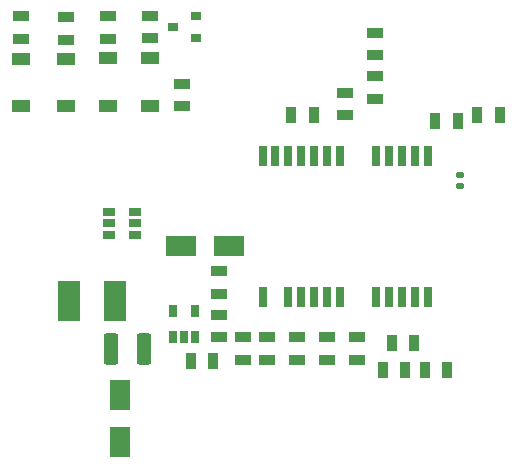
<source format=gbr>
%TF.GenerationSoftware,KiCad,Pcbnew,6.0.4-6f826c9f35~116~ubuntu20.04.1*%
%TF.CreationDate,2022-08-14T20:25:35+00:00*%
%TF.ProjectId,GPS02B,47505330-3242-42e6-9b69-6361645f7063,REV*%
%TF.SameCoordinates,Original*%
%TF.FileFunction,Paste,Bot*%
%TF.FilePolarity,Positive*%
%FSLAX46Y46*%
G04 Gerber Fmt 4.6, Leading zero omitted, Abs format (unit mm)*
G04 Created by KiCad (PCBNEW 6.0.4-6f826c9f35~116~ubuntu20.04.1) date 2022-08-14 20:25:35*
%MOMM*%
%LPD*%
G01*
G04 APERTURE LIST*
G04 Aperture macros list*
%AMRoundRect*
0 Rectangle with rounded corners*
0 $1 Rounding radius*
0 $2 $3 $4 $5 $6 $7 $8 $9 X,Y pos of 4 corners*
0 Add a 4 corners polygon primitive as box body*
4,1,4,$2,$3,$4,$5,$6,$7,$8,$9,$2,$3,0*
0 Add four circle primitives for the rounded corners*
1,1,$1+$1,$2,$3*
1,1,$1+$1,$4,$5*
1,1,$1+$1,$6,$7*
1,1,$1+$1,$8,$9*
0 Add four rect primitives between the rounded corners*
20,1,$1+$1,$2,$3,$4,$5,0*
20,1,$1+$1,$4,$5,$6,$7,0*
20,1,$1+$1,$6,$7,$8,$9,0*
20,1,$1+$1,$8,$9,$2,$3,0*%
G04 Aperture macros list end*
%ADD10R,1.397000X0.889000*%
%ADD11R,0.889000X1.397000*%
%ADD12R,2.500000X1.800000*%
%ADD13R,1.800000X2.500000*%
%ADD14R,1.500000X1.050000*%
%ADD15R,1.900000X3.400000*%
%ADD16RoundRect,0.250000X-0.375000X-1.075000X0.375000X-1.075000X0.375000X1.075000X-0.375000X1.075000X0*%
%ADD17RoundRect,0.147500X-0.172500X0.147500X-0.172500X-0.147500X0.172500X-0.147500X0.172500X0.147500X0*%
%ADD18R,0.800000X1.800000*%
%ADD19R,0.650000X1.060000*%
%ADD20R,1.060000X0.650000*%
%ADD21R,0.900000X0.800000*%
G04 APERTURE END LIST*
D10*
%TO.C,C3*%
X28956000Y13589000D03*
X28956000Y11684000D03*
%TD*%
%TO.C,C6*%
X42164000Y31877000D03*
X42164000Y33782000D03*
%TD*%
D11*
%TO.C,C7*%
X50800000Y30480000D03*
X52705000Y30480000D03*
%TD*%
D12*
%TO.C,D1*%
X25750000Y19410000D03*
X29750000Y19410000D03*
%TD*%
D13*
%TO.C,D2*%
X20574000Y6826000D03*
X20574000Y2826000D03*
%TD*%
D14*
%TO.C,D3*%
X12192000Y35274000D03*
X12192000Y31274000D03*
%TD*%
%TO.C,D5*%
X16002000Y35274000D03*
X16002000Y31274000D03*
%TD*%
%TO.C,D6*%
X23114000Y35306000D03*
X23114000Y31306000D03*
%TD*%
D15*
%TO.C,F1*%
X16256000Y14732000D03*
X20156000Y14732000D03*
%TD*%
D16*
%TO.C,L1*%
X19812000Y10668000D03*
X22612000Y10668000D03*
%TD*%
D17*
%TO.C,L2*%
X49340000Y25475000D03*
X49340000Y24505000D03*
%TD*%
D10*
%TO.C,R1*%
X28956000Y15367000D03*
X28956000Y17272000D03*
%TD*%
D11*
%TO.C,R2*%
X46355000Y8890000D03*
X48260000Y8890000D03*
%TD*%
%TO.C,R3*%
X44704000Y8890000D03*
X42799000Y8890000D03*
%TD*%
%TO.C,R4*%
X36957000Y30480000D03*
X35052000Y30480000D03*
%TD*%
D10*
%TO.C,R6*%
X38100000Y11684000D03*
X38100000Y9779000D03*
%TD*%
%TO.C,R7*%
X35560000Y11684000D03*
X35560000Y9779000D03*
%TD*%
D11*
%TO.C,R8*%
X43561000Y11176000D03*
X45466000Y11176000D03*
%TD*%
D10*
%TO.C,R9*%
X40640000Y11684000D03*
X40640000Y9779000D03*
%TD*%
%TO.C,R10*%
X12192000Y36957000D03*
X12192000Y38862000D03*
%TD*%
D11*
%TO.C,R11*%
X47244000Y29972000D03*
X49149000Y29972000D03*
%TD*%
D10*
%TO.C,R13*%
X16002000Y36893500D03*
X16002000Y38798500D03*
%TD*%
D18*
%TO.C,U3*%
X32624000Y27082000D03*
X33724000Y27082000D03*
X34824000Y27082000D03*
X35924000Y27082000D03*
X37024000Y27082000D03*
X38124000Y27082000D03*
X39224000Y27082000D03*
X42224000Y27082000D03*
X43324000Y27082000D03*
X44424000Y27082000D03*
X45524000Y27082000D03*
X46624000Y27082000D03*
X46624000Y15082000D03*
X45524000Y15082000D03*
X44424000Y15082000D03*
X43324000Y15082000D03*
X42224000Y15082000D03*
X39224000Y15082000D03*
X38124000Y15082000D03*
X37024000Y15082000D03*
X35924000Y15082000D03*
X34824000Y15082000D03*
X32624000Y15082000D03*
%TD*%
D11*
%TO.C,C2*%
X26543000Y9652000D03*
X28448000Y9652000D03*
%TD*%
D19*
%TO.C,U2*%
X26924000Y11684000D03*
X25974000Y11684000D03*
X25024000Y11684000D03*
X25024000Y13884000D03*
X26924000Y13884000D03*
%TD*%
D10*
%TO.C,R5*%
X39624000Y30480000D03*
X39624000Y32385000D03*
%TD*%
%TO.C,C4*%
X30988000Y9779000D03*
X30988000Y11684000D03*
%TD*%
D20*
%TO.C,U1*%
X21844000Y22286000D03*
X21844000Y21336000D03*
X21844000Y20386000D03*
X19644000Y20386000D03*
X19644000Y21336000D03*
X19644000Y22286000D03*
%TD*%
D10*
%TO.C,C5*%
X33020000Y9779000D03*
X33020000Y11684000D03*
%TD*%
%TO.C,R15*%
X42164000Y37465000D03*
X42164000Y35560000D03*
%TD*%
%TO.C,R12*%
X19558000Y36957000D03*
X19558000Y38862000D03*
%TD*%
D14*
%TO.C,D4*%
X19558000Y35306000D03*
X19558000Y31306000D03*
%TD*%
D10*
%TO.C,R16*%
X23100000Y38905000D03*
X23100000Y37000000D03*
%TD*%
%TO.C,R14*%
X25840000Y31245000D03*
X25840000Y33150000D03*
%TD*%
D21*
%TO.C,Q1*%
X27035000Y38923000D03*
X27035000Y37023000D03*
X25035000Y37973000D03*
%TD*%
M02*

</source>
